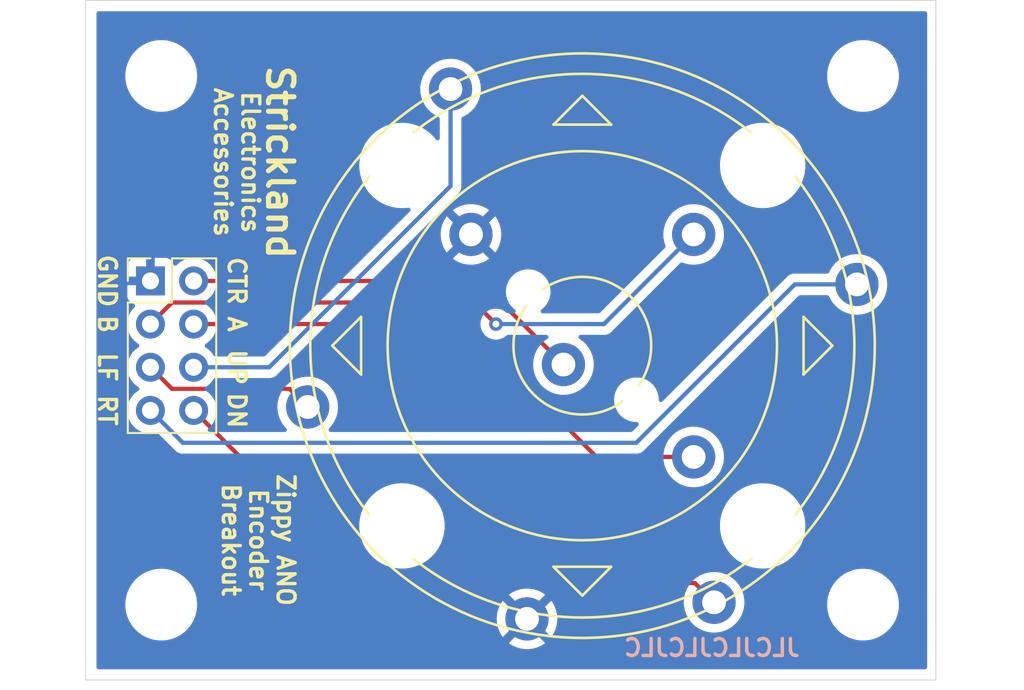
<source format=kicad_pcb>
(kicad_pcb (version 20211014) (generator pcbnew)
  (layers (0 "F.Cu" signal) (31 "B.Cu" signal) (34 "B.Paste" user) (35 "F.Paste" user) (36 "B.SilkS" user "B.Silkscreen") (37 "F.SilkS" user "F.Silkscreen") (38 "B.Mask" user) (39 "F.Mask" user) (44 "Edge.Cuts" user))
  (net 0 "")
  (net 1 "ENC_DN")
  (net 2 "ENC_RT")
  (net 3 "ENC_UP")
  (net 4 "ENC_LF")
  (net 5 "ENC_A")
  (net 6 "ENC_B")
  (net 7 "ENC_BN")
  (net 8 "GND")
  (footprint "MountingHole:MountingHole_3.2mm_M3" (layer "F.Cu") (at 125.095 106.68)
    (fp_text reference "REF**" hide)
    (fp_text value "MountingHole_3.2mm_M3")
    (pad "" np_thru_hole circle locked (at 0 0) (size 3.2 3.2) (drill 3.2) (layers *.Cu *.Mask))
  )
  (footprint "Connector_PinHeader_2.54mm:PinHeader_2x04_P2.54mm_Vertical" (layer "F.Cu") (at 124.46 87.63)
    (fp_text reference "J1" hide)
    (fp_text value "Conn_02x04_Top_Bottom")
    (fp_line (start -1.33 1.27) (end 1.27 1.27) (layer "F.SilkS") (width 0.12))
    (fp_line (start 1.27 1.27) (end 1.27 -1.33) (layer "F.SilkS") (width 0.12))
    (fp_line (start -1.33 0) (end -1.33 -1.33) (layer "F.SilkS") (width 0.12))
    (fp_line (start -1.33 1.27) (end -1.33 8.95) (layer "F.SilkS") (width 0.12))
    (fp_line (start -1.33 -1.33) (end 0 -1.33) (layer "F.SilkS") (width 0.12))
    (fp_line (start -1.33 8.95) (end 3.87 8.95) (layer "F.SilkS") (width 0.12))
    (fp_line (start 3.87 -1.33) (end 3.87 8.95) (layer "F.SilkS") (width 0.12))
    (fp_line (start 1.27 -1.33) (end 3.87 -1.33) (layer "F.SilkS") (width 0.12))
    (pad "1" thru_hole rect locked (at 0 0) (size 1.7 1.7) (drill 1) (layers *.Cu *.Mask) (net 8 "GND"))
    (pad "2" thru_hole oval locked (at 2.54 0) (size 1.7 1.7) (drill 1) (layers *.Cu *.Mask) (net 7 "ENC_BN"))
    (pad "3" thru_hole oval locked (at 0 2.54) (size 1.7 1.7) (drill 1) (layers *.Cu *.Mask) (net 6 "ENC_B"))
    (pad "4" thru_hole oval locked (at 2.54 2.54) (size 1.7 1.7) (drill 1) (layers *.Cu *.Mask) (net 5 "ENC_A"))
    (pad "5" thru_hole oval locked (at 0 5.08) (size 1.7 1.7) (drill 1) (layers *.Cu *.Mask) (net 4 "ENC_LF"))
    (pad "6" thru_hole oval locked (at 2.54 5.08) (size 1.7 1.7) (drill 1) (layers *.Cu *.Mask) (net 3 "ENC_UP"))
    (pad "7" thru_hole oval locked (at 0 7.62) (size 1.7 1.7) (drill 1) (layers *.Cu *.Mask) (net 2 "ENC_RT"))
    (pad "8" thru_hole oval locked (at 2.54 7.62) (size 1.7 1.7) (drill 1) (layers *.Cu *.Mask) (net 1 "ENC_DN"))
  )
  (footprint "Rotary_Encoder:ENCODER_ANO" (layer "F.Cu") (at 149.86 91.44 45)
    (fp_text reference "X1" hide)
    (fp_text value "ENCODER_ANO" hide)
    (fp_line (start 10.4 -8) (end 10.4 -10.4) (layer "F.SilkS") (width 0.153))
    (fp_line (start -8 -10.4) (end -10.4 -10.4) (layer "F.SilkS") (width 0.153))
    (fp_line (start -10.4 8) (end -10.4 10.4) (layer "F.SilkS") (width 0.153))
    (fp_line (start 10.4 -10.4) (end 8 -10.4) (layer "F.SilkS") (width 0.153))
    (fp_line (start 8 10.4) (end 10.4 10.4) (layer "F.SilkS") (width 0.153))
    (fp_line (start 10.4 8) (end 8 10.4) (layer "F.SilkS") (width 0.153))
    (fp_line (start -10.4 -8) (end -8 -10.4) (layer "F.SilkS") (width 0.153))
    (fp_line (start -8 10.4) (end -10.4 8) (layer "F.SilkS") (width 0.153))
    (fp_line (start 10.4 10.4) (end 10.4 8) (layer "F.SilkS") (width 0.153))
    (fp_line (start -10.4 10.4) (end -8 10.4) (layer "F.SilkS") (width 0.153))
    (fp_line (start -10.4 -10.4) (end -10.4 -8) (layer "F.SilkS") (width 0.153))
    (fp_line (start 8 -10.4) (end 10.4 -8) (layer "F.SilkS") (width 0.153))
    (fp_circle (center 0 0) (end 4.05 0) (layer "F.SilkS") (width 0.153) (fill none))
    (fp_circle (center 0 0) (end 16 0) (layer "F.SilkS") (width 0.153) (fill none))
    (fp_circle (center 0 0) (end 17.2 0) (layer "F.SilkS") (width 0.153) (fill none))
    (fp_circle (center 0 0) (end 11.45 0) (layer "F.SilkS") (width 0.153) (fill none))
    (pad "" np_thru_hole circle locked (at 0 -4.5 45) (size 1.6 1.6) (drill 1.6) (layers *.Cu *.Mask))
    (pad "" np_thru_hole circle locked (at 15 0 45) (size 4 4) (drill 4) (layers *.Cu *.Mask))
    (pad "" np_thru_hole circle locked (at 0 15 45) (size 4 4) (drill 4) (layers *.Cu *.Mask))
    (pad "" np_thru_hole circle locked (at 0 4.5 45) (size 1.6 1.6) (drill 1.6) (layers *.Cu *.Mask))
    (pad "" np_thru_hole circle locked (at 0 -15 45) (size 4 4) (drill 4) (layers *.Cu *.Mask))
    (pad "" np_thru_hole circle locked (at -15 0 45) (size 4 4) (drill 4) (layers *.Cu *.Mask))
    (pad "A" thru_hole circle locked (at 0 9.26 45) (size 2.54 2.54) (drill 1.4) (layers *.Cu *.Mask) (net 5 "ENC_A"))
    (pad "B" thru_hole circle locked (at 9.26 0 45) (size 2.54 2.54) (drill 1.4) (layers *.Cu *.Mask) (net 6 "ENC_B"))
    (pad "COM_A" thru_hole circle locked (at 0 -9.26 45) (size 2.54 2.54) (drill 1.4) (layers *.Cu *.Mask) (net 8 "GND"))
    (pad "COM_B" thru_hole circle locked (at -13.67 9.07 45) (size 2.54 2.54) (drill 1.4) (layers *.Cu *.Mask) (net 8 "GND"))
    (pad "S1" thru_hole circle locked (at -1.57 0 45) (size 2.54 2.54) (drill 1.4) (layers *.Cu *.Mask) (net 7 "ENC_BN"))
    (pad "S2" thru_hole circle locked (at -5.2 16.16 45) (size 2.54 2.54) (drill 1.4) (layers *.Cu *.Mask) (net 1 "ENC_DN"))
    (pad "S3" thru_hole circle locked (at 13.97 8.87 45) (size 2.54 2.54) (drill 1.4) (layers *.Cu *.Mask) (net 2 "ENC_RT"))
    (pad "S4" thru_hole circle locked (at 5.2 -16.16 45) (size 2.54 2.54) (drill 1.4) (layers *.Cu *.Mask) (net 3 "ENC_UP"))
    (pad "S5" thru_hole circle locked (at -13.97 -8.87 45) (size 2.54 2.54) (drill 1.4) (layers *.Cu *.Mask) (net 4 "ENC_LF"))
  )
  (footprint "MountingHole:MountingHole_3.2mm_M3" (layer "F.Cu") (at 166.37 75.565)
    (fp_text reference "REF**" hide)
    (fp_text value "MountingHole_3.2mm_M3")
    (pad "" np_thru_hole circle locked (at 0 0) (size 3.2 3.2) (drill 3.2) (layers *.Cu *.Mask))
  )
  (footprint "MountingHole:MountingHole_3.2mm_M3" (layer "F.Cu") (at 166.37 106.68)
    (fp_text reference "REF**" hide)
    (fp_text value "MountingHole_3.2mm_M3")
    (pad "" np_thru_hole circle locked (at 0 0) (size 3.2 3.2) (drill 3.2) (layers *.Cu *.Mask))
  )
  (footprint "MountingHole:MountingHole_3.2mm_M3" (layer "F.Cu") (at 125.095 75.565)
    (fp_text reference "REF**" hide)
    (fp_text value "MountingHole_3.2mm_M3")
    (pad "" np_thru_hole circle locked (at 0 0) (size 3.2 3.2) (drill 3.2) (layers *.Cu *.Mask))
  )
  (gr_rect (start 120.65 111.12) (end 170.65 71.12) (layer "Edge.Cuts") (width 0.05) (fill none))
  (gr_text "JLCJLCJLCJLC" (at 157.48 109.22) (layer "B.SilkS") (effects (font (size 1 1) (thickness 0.2)) (justify mirror)))
  (gr_text "A" (at 129.54 90.17 270) (layer "F.SilkS") (effects (font (size 1 1) (thickness 0.2))))
  (gr_text "LF" (at 121.92 92.71 270) (layer "F.SilkS") (effects (font (size 1 1) (thickness 0.2))))
  (gr_text "Strickland" (at 132.08 80.645 -90) (layer "F.SilkS") (effects (font (size 1.5 1.5) (thickness 0.3))))
  (gr_text "GND" (at 121.92 87.63 270) (layer "F.SilkS") (effects (font (size 1 1) (thickness 0.2))))
  (gr_text "DN" (at 129.54 95.25 270) (layer "F.SilkS") (effects (font (size 1 1) (thickness 0.2))))
  (gr_text "Zippy ANO\nEncoder\nBreakout" (at 130.81 102.87 270) (layer "F.SilkS") (effects (font (size 1 1) (thickness 0.2))))
  (gr_text "UP" (at 129.54 92.71 270) (layer "F.SilkS") (effects (font (size 1 1) (thickness 0.2))))
  (gr_text "B" (at 121.92 90.17 270) (layer "F.SilkS") (effects (font (size 1 1) (thickness 0.2))))
  (gr_text "Electronics\nAccessories" (at 129.54 80.645 -90) (layer "F.SilkS") (effects (font (size 1 1) (thickness 0.2))))
  (gr_text "RT" (at 121.92 95.25 270) (layer "F.SilkS") (effects (font (size 1 1) (thickness 0.2))))
  (gr_text "CTR" (at 129.54 87.63 270) (layer "F.SilkS") (effects (font (size 1 1) (thickness 0.2))))
  (segment (start 127 95.25) (end 137.16 105.41) (width 0.25) (layer "F.Cu") (net 1))
  (segment (start 137.16 105.41) (end 156.476089 105.41) (width 0.25) (layer "F.Cu") (net 1))
  (segment (start 156.476089 105.41) (end 157.60989 106.543801) (width 0.25) (layer "F.Cu") (net 1))
  (segment (start 124.46 95.25) (end 125.095 95.25) (width 0.25) (layer "F.Cu") (net 2))
  (segment (start 162.356245 87.833755) (end 166.010319 87.833755) (width 0.25) (layer "B.Cu") (net 2))
  (segment (start 124.46 95.25) (end 126.365 97.155) (width 0.25) (layer "B.Cu") (net 2))
  (segment (start 126.365 97.155) (end 153.035 97.155) (width 0.25) (layer "B.Cu") (net 2))
  (segment (start 153.035 97.155) (end 162.356245 87.833755) (width 0.25) (layer "B.Cu") (net 2))
  (segment (start 142.11011 82.04489) (end 142.11011 76.336199) (width 0.25) (layer "B.Cu") (net 3))
  (segment (start 131.445 92.71) (end 142.11011 82.04489) (width 0.25) (layer "B.Cu") (net 3))
  (segment (start 127 92.71) (end 131.445 92.71) (width 0.25) (layer "B.Cu") (net 3))
  (segment (start 125.73 93.98) (end 132.643436 93.98) (width 0.25) (layer "F.Cu") (net 4))
  (segment (start 132.643436 93.98) (end 133.709681 95.046245) (width 0.25) (layer "F.Cu") (net 4))
  (segment (start 124.46 92.71) (end 125.73 93.98) (width 0.25) (layer "F.Cu") (net 4))
  (segment (start 150.692809 97.987809) (end 156.407809 97.987809) (width 0.25) (layer "F.Cu") (net 5))
  (segment (start 142.875 90.17) (end 150.692809 97.987809) (width 0.25) (layer "F.Cu") (net 5))
  (segment (start 127 90.17) (end 142.875 90.17) (width 0.25) (layer "F.Cu") (net 5))
  (segment (start 143.51 88.9) (end 144.78 90.17) (width 0.25) (layer "F.Cu") (net 6))
  (segment (start 125.73 88.9) (end 143.51 88.9) (width 0.25) (layer "F.Cu") (net 6))
  (segment (start 124.46 90.17) (end 125.73 88.9) (width 0.25) (layer "F.Cu") (net 6))
  (via (at 144.78 90.17) (size 0.8) (drill 0.4) (layers "F.Cu" "B.Cu") (net 6))
  (segment (start 151.13 90.17) (end 144.78 90.17) (width 0.25) (layer "B.Cu") (net 6))
  (segment (start 156.407809 84.892191) (end 151.13 90.17) (width 0.25) (layer "B.Cu") (net 6))
  (segment (start 124.46 90.17) (end 124.904726 90.17) (width 0.25) (layer "B.Cu") (net 6))
  (segment (start 127 87.63) (end 143.829684 87.63) (width 0.25) (layer "F.Cu") (net 7))
  (segment (start 143.829684 87.63) (end 148.749842 92.550158) (width 0.25) (layer "F.Cu") (net 7))
  (zone (net 8) (net_name "GND") (layer "B.Cu") (connect_pads (clearance 0.508)) (min_thickness 0.254) (fill yes (thermal_gap 0.508) (thermal_bridge_width 0.508))
    (polygon (pts (xy 170.18 110.49) (xy 121.285 110.49) (xy 121.285 71.755) (xy 170.18 71.755)))
  )
)
</source>
